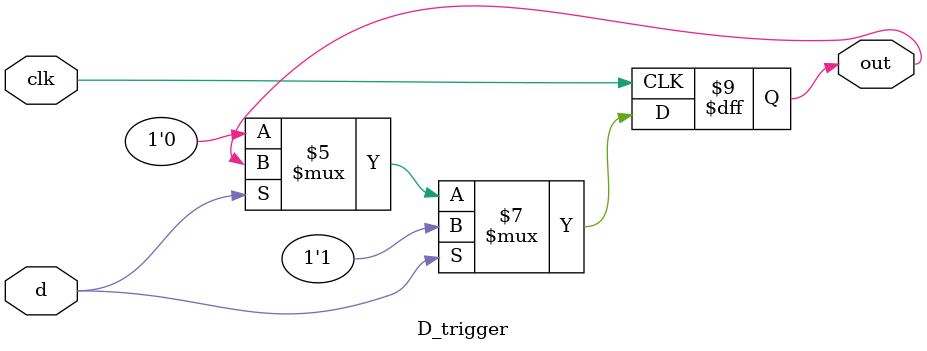
<source format=sv>
module D_trigger (d, clk, out);
input wire d, clk;
output reg out=1'b0;
//---------------------------

always@(posedge clk) begin

if (d==1'b0) begin // set out low if d is low and posedge clk has come
	out<=1'b0;
end

if (d==1'b1) begin // set out hight if d is hight and posedge clk has come
	out<=1'b1;
	end
end

endmodule

</source>
